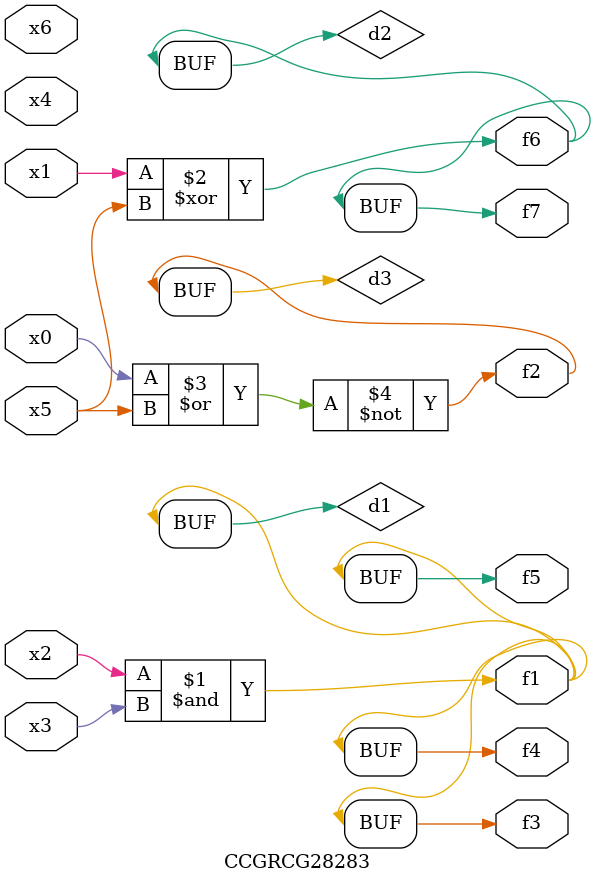
<source format=v>
module CCGRCG28283(
	input x0, x1, x2, x3, x4, x5, x6,
	output f1, f2, f3, f4, f5, f6, f7
);

	wire d1, d2, d3;

	and (d1, x2, x3);
	xor (d2, x1, x5);
	nor (d3, x0, x5);
	assign f1 = d1;
	assign f2 = d3;
	assign f3 = d1;
	assign f4 = d1;
	assign f5 = d1;
	assign f6 = d2;
	assign f7 = d2;
endmodule

</source>
